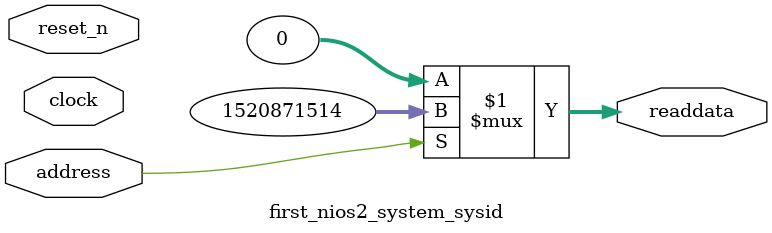
<source format=v>

`timescale 1ns / 1ps
// synthesis translate_on

// turn off superfluous verilog processor warnings 
// altera message_level Level1 
// altera message_off 10034 10035 10036 10037 10230 10240 10030 

module first_nios2_system_sysid (
               // inputs:
                address,
                clock,
                reset_n,

               // outputs:
                readdata
             )
;

  output  [ 31: 0] readdata;
  input            address;
  input            clock;
  input            reset_n;

  wire    [ 31: 0] readdata;
  //control_slave, which is an e_avalon_slave
  assign readdata = address ? 1520871514 : 0;

endmodule




</source>
